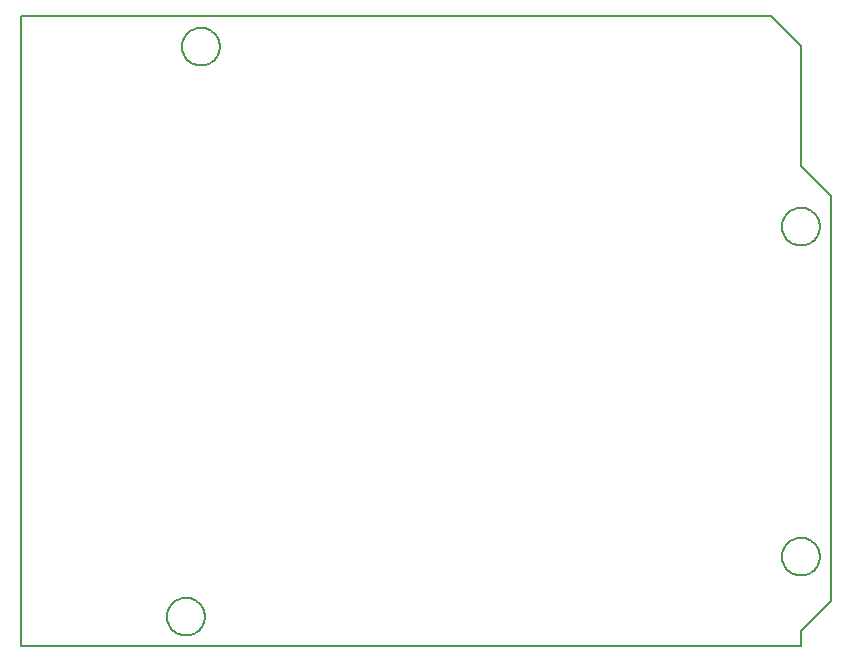
<source format=gbr>
%FSTAX23Y23*%
%MOIN*%
%SFA1B1*%

%IPPOS*%
%ADD18C,0.005000*%
%LN451PCB-COM_Arduino_ProtoShield_Board_v1_mechanical*%
%LPD*%
G54D18*
X02662Y014D02*
D01*
X02662Y01404*
X02662Y01408*
X02661Y01413*
X0266Y01417*
X02659Y01421*
X02657Y01425*
X02655Y01429*
X02653Y01433*
X0265Y01437*
X02648Y0144*
X02645Y01443*
X02642Y01446*
X02638Y01449*
X02635Y01452*
X02631Y01454*
X02627Y01456*
X02623Y01458*
X02619Y01459*
X02615Y01461*
X0261Y01462*
X02606Y01462*
X02602Y01462*
X02597*
X02593Y01462*
X02589Y01462*
X02584Y01461*
X0258Y01459*
X02576Y01458*
X02572Y01456*
X02568Y01454*
X02564Y01452*
X02561Y01449*
X02557Y01446*
X02554Y01443*
X02551Y0144*
X02549Y01437*
X02546Y01433*
X02544Y01429*
X02542Y01425*
X0254Y01421*
X02539Y01417*
X02538Y01413*
X02537Y01408*
X02537Y01404*
X02537Y014*
X02537Y01395*
X02537Y01391*
X02538Y01386*
X02539Y01382*
X0254Y01378*
X02542Y01374*
X02544Y0137*
X02546Y01366*
X02549Y01362*
X02551Y01359*
X02554Y01356*
X02557Y01353*
X02561Y0135*
X02564Y01347*
X02568Y01345*
X02572Y01343*
X02576Y01341*
X0258Y0134*
X02584Y01338*
X02589Y01337*
X02593Y01337*
X02597Y01337*
X02602*
X02606Y01337*
X0261Y01337*
X02615Y01338*
X02619Y0134*
X02623Y01341*
X02627Y01343*
X02631Y01345*
X02635Y01347*
X02638Y0135*
X02642Y01353*
X02645Y01356*
X02648Y01359*
X0265Y01362*
X02653Y01366*
X02655Y0137*
X02657Y01374*
X02659Y01378*
X0266Y01382*
X02661Y01386*
X02662Y01391*
X02662Y01395*
X02662Y014*
X00612Y001D02*
D01*
X00612Y00104*
X00612Y00108*
X00611Y00113*
X0061Y00117*
X00609Y00121*
X00607Y00125*
X00605Y00129*
X00603Y00133*
X006Y00137*
X00598Y0014*
X00595Y00143*
X00592Y00146*
X00588Y00149*
X00585Y00152*
X00581Y00154*
X00577Y00156*
X00573Y00158*
X00569Y00159*
X00565Y00161*
X0056Y00162*
X00556Y00162*
X00552Y00162*
X00547*
X00543Y00162*
X00539Y00162*
X00534Y00161*
X0053Y00159*
X00526Y00158*
X00522Y00156*
X00518Y00154*
X00514Y00152*
X00511Y00149*
X00507Y00146*
X00504Y00143*
X00501Y0014*
X00499Y00137*
X00496Y00133*
X00494Y00129*
X00492Y00125*
X0049Y00121*
X00489Y00117*
X00488Y00113*
X00487Y00108*
X00487Y00104*
X00487Y001*
X00487Y00095*
X00487Y00091*
X00488Y00086*
X00489Y00082*
X0049Y00078*
X00492Y00074*
X00494Y0007*
X00496Y00066*
X00499Y00062*
X00501Y00059*
X00504Y00056*
X00507Y00053*
X00511Y0005*
X00514Y00047*
X00518Y00045*
X00522Y00043*
X00526Y00041*
X0053Y0004*
X00534Y00038*
X00539Y00037*
X00543Y00037*
X00547Y00037*
X00552*
X00556Y00037*
X0056Y00037*
X00565Y00038*
X00569Y0004*
X00573Y00041*
X00577Y00043*
X00581Y00045*
X00585Y00047*
X00588Y0005*
X00592Y00053*
X00595Y00056*
X00598Y00059*
X006Y00062*
X00603Y00066*
X00605Y0007*
X00607Y00074*
X00609Y00078*
X0061Y00082*
X00611Y00086*
X00612Y00091*
X00612Y00095*
X00612Y001*
X02662Y003D02*
D01*
X02662Y00304*
X02662Y00308*
X02661Y00313*
X0266Y00317*
X02659Y00321*
X02657Y00325*
X02655Y00329*
X02653Y00333*
X0265Y00337*
X02648Y0034*
X02645Y00343*
X02642Y00346*
X02638Y00349*
X02635Y00352*
X02631Y00354*
X02627Y00356*
X02623Y00358*
X02619Y00359*
X02615Y00361*
X0261Y00362*
X02606Y00362*
X02602Y00362*
X02597*
X02593Y00362*
X02589Y00362*
X02584Y00361*
X0258Y00359*
X02576Y00358*
X02572Y00356*
X02568Y00354*
X02564Y00352*
X02561Y00349*
X02557Y00346*
X02554Y00343*
X02551Y0034*
X02549Y00337*
X02546Y00333*
X02544Y00329*
X02542Y00325*
X0254Y00321*
X02539Y00317*
X02538Y00313*
X02537Y00308*
X02537Y00304*
X02537Y003*
X02537Y00295*
X02537Y00291*
X02538Y00286*
X02539Y00282*
X0254Y00278*
X02542Y00274*
X02544Y0027*
X02546Y00266*
X02549Y00262*
X02551Y00259*
X02554Y00256*
X02557Y00253*
X02561Y0025*
X02564Y00247*
X02568Y00245*
X02572Y00243*
X02576Y00241*
X0258Y0024*
X02584Y00238*
X02589Y00237*
X02593Y00237*
X02597Y00237*
X02602*
X02606Y00237*
X0261Y00237*
X02615Y00238*
X02619Y0024*
X02623Y00241*
X02627Y00243*
X02631Y00245*
X02635Y00247*
X02638Y0025*
X02642Y00253*
X02645Y00256*
X02648Y00259*
X0265Y00262*
X02653Y00266*
X02655Y0027*
X02657Y00274*
X02659Y00278*
X0266Y00282*
X02661Y00286*
X02662Y00291*
X02662Y00295*
X02662Y003*
X00662Y02D02*
D01*
X00662Y02004*
X00662Y02008*
X00661Y02013*
X0066Y02017*
X00659Y02021*
X00657Y02025*
X00655Y02029*
X00653Y02033*
X0065Y02037*
X00648Y0204*
X00645Y02043*
X00642Y02046*
X00638Y02049*
X00635Y02052*
X00631Y02054*
X00627Y02056*
X00623Y02058*
X00619Y02059*
X00615Y02061*
X0061Y02062*
X00606Y02062*
X00602Y02062*
X00597*
X00593Y02062*
X00589Y02062*
X00584Y02061*
X0058Y02059*
X00576Y02058*
X00572Y02056*
X00568Y02054*
X00564Y02052*
X00561Y02049*
X00557Y02046*
X00554Y02043*
X00551Y0204*
X00549Y02037*
X00546Y02033*
X00544Y02029*
X00542Y02025*
X0054Y02021*
X00539Y02017*
X00538Y02013*
X00537Y02008*
X00537Y02004*
X00537Y02*
X00537Y01995*
X00537Y01991*
X00538Y01986*
X00539Y01982*
X0054Y01978*
X00542Y01974*
X00544Y0197*
X00546Y01966*
X00549Y01962*
X00551Y01959*
X00554Y01956*
X00557Y01953*
X00561Y0195*
X00564Y01947*
X00568Y01945*
X00572Y01943*
X00576Y01941*
X0058Y0194*
X00584Y01938*
X00589Y01937*
X00593Y01937*
X00597Y01937*
X00602*
X00606Y01937*
X0061Y01937*
X00615Y01938*
X00619Y0194*
X00623Y01941*
X00627Y01943*
X00631Y01945*
X00635Y01947*
X00638Y0195*
X00642Y01953*
X00645Y01956*
X00648Y01959*
X0065Y01962*
X00653Y01966*
X00655Y0197*
X00657Y01974*
X00659Y01978*
X0066Y01982*
X00661Y01986*
X00662Y01991*
X00662Y01995*
X00662Y02*
X0Y021D02*
X025D01*
X0Y0D02*
X026D01*
X0D02*
Y021D01*
X025D02*
X026Y02D01*
Y016D02*
Y02D01*
Y016D02*
X027Y015D01*
Y0015D02*
Y015D01*
X026Y0005D02*
X027Y0015D01*
X026Y0D02*
Y0005D01*
M02*
</source>
